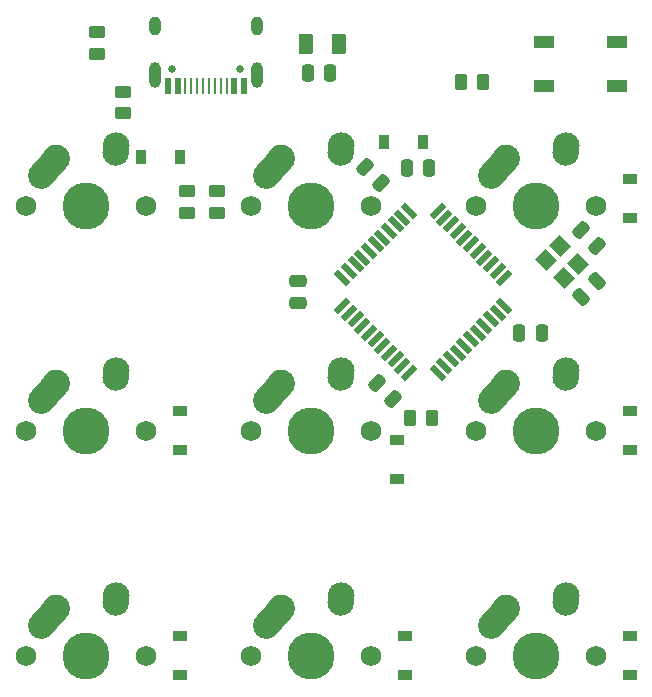
<source format=gbs>
%TF.GenerationSoftware,KiCad,Pcbnew,(6.0.10)*%
%TF.CreationDate,2023-01-31T01:35:29-07:00*%
%TF.ProjectId,nepcropad,6e657063-726f-4706-9164-2e6b69636164,rev?*%
%TF.SameCoordinates,Original*%
%TF.FileFunction,Soldermask,Bot*%
%TF.FilePolarity,Negative*%
%FSLAX46Y46*%
G04 Gerber Fmt 4.6, Leading zero omitted, Abs format (unit mm)*
G04 Created by KiCad (PCBNEW (6.0.10)) date 2023-01-31 01:35:29*
%MOMM*%
%LPD*%
G01*
G04 APERTURE LIST*
G04 Aperture macros list*
%AMRoundRect*
0 Rectangle with rounded corners*
0 $1 Rounding radius*
0 $2 $3 $4 $5 $6 $7 $8 $9 X,Y pos of 4 corners*
0 Add a 4 corners polygon primitive as box body*
4,1,4,$2,$3,$4,$5,$6,$7,$8,$9,$2,$3,0*
0 Add four circle primitives for the rounded corners*
1,1,$1+$1,$2,$3*
1,1,$1+$1,$4,$5*
1,1,$1+$1,$6,$7*
1,1,$1+$1,$8,$9*
0 Add four rect primitives between the rounded corners*
20,1,$1+$1,$2,$3,$4,$5,0*
20,1,$1+$1,$4,$5,$6,$7,0*
20,1,$1+$1,$6,$7,$8,$9,0*
20,1,$1+$1,$8,$9,$2,$3,0*%
%AMHorizOval*
0 Thick line with rounded ends*
0 $1 width*
0 $2 $3 position (X,Y) of the first rounded end (center of the circle)*
0 $4 $5 position (X,Y) of the second rounded end (center of the circle)*
0 Add line between two ends*
20,1,$1,$2,$3,$4,$5,0*
0 Add two circle primitives to create the rounded ends*
1,1,$1,$2,$3*
1,1,$1,$4,$5*%
%AMRotRect*
0 Rectangle, with rotation*
0 The origin of the aperture is its center*
0 $1 length*
0 $2 width*
0 $3 Rotation angle, in degrees counterclockwise*
0 Add horizontal line*
21,1,$1,$2,0,0,$3*%
G04 Aperture macros list end*
%ADD10RoundRect,0.250000X0.450000X-0.262500X0.450000X0.262500X-0.450000X0.262500X-0.450000X-0.262500X0*%
%ADD11C,0.670000*%
%ADD12R,0.250000X1.450000*%
%ADD13R,0.300000X1.450000*%
%ADD14RoundRect,0.500000X0.000000X-0.600000X0.000000X-0.600000X0.000000X0.600000X0.000000X0.600000X0*%
%ADD15RoundRect,0.500000X0.000000X-0.300000X0.000000X-0.300000X0.000000X0.300000X0.000000X0.300000X0*%
%ADD16C,1.750000*%
%ADD17C,3.987800*%
%ADD18HorizOval,2.250000X0.655001X0.730000X-0.655001X-0.730000X0*%
%ADD19C,2.250000*%
%ADD20HorizOval,2.250000X0.020000X0.290000X-0.020000X-0.290000X0*%
%ADD21RoundRect,0.250000X0.250000X0.475000X-0.250000X0.475000X-0.250000X-0.475000X0.250000X-0.475000X0*%
%ADD22R,0.900000X1.200000*%
%ADD23R,1.200000X0.900000*%
%ADD24RoundRect,0.250000X0.512652X0.159099X0.159099X0.512652X-0.512652X-0.159099X-0.159099X-0.512652X0*%
%ADD25RoundRect,0.250000X-0.450000X0.262500X-0.450000X-0.262500X0.450000X-0.262500X0.450000X0.262500X0*%
%ADD26RoundRect,0.250000X-0.375000X-0.625000X0.375000X-0.625000X0.375000X0.625000X-0.375000X0.625000X0*%
%ADD27R,1.800000X1.100000*%
%ADD28RoundRect,0.250000X-0.262500X-0.450000X0.262500X-0.450000X0.262500X0.450000X-0.262500X0.450000X0*%
%ADD29RoundRect,0.250000X-0.512652X-0.159099X-0.159099X-0.512652X0.512652X0.159099X0.159099X0.512652X0*%
%ADD30RotRect,1.500000X0.550000X315.000000*%
%ADD31RotRect,1.500000X0.550000X225.000000*%
%ADD32RoundRect,0.250000X-0.250000X-0.475000X0.250000X-0.475000X0.250000X0.475000X-0.250000X0.475000X0*%
%ADD33RotRect,1.400000X1.200000X135.000000*%
%ADD34RoundRect,0.250000X-0.159099X0.512652X-0.512652X0.159099X0.159099X-0.512652X0.512652X-0.159099X0*%
%ADD35RoundRect,0.250000X-0.475000X0.250000X-0.475000X-0.250000X0.475000X-0.250000X0.475000X0.250000X0*%
G04 APERTURE END LIST*
D10*
%TO.C,R5*%
X138112500Y-63618750D03*
X138112500Y-61793750D03*
%TD*%
D11*
%TO.C,J1*%
X148007524Y-59847500D03*
X142207524Y-59847500D03*
D12*
X141732524Y-61297500D03*
X142532524Y-61297500D03*
X143857524Y-61297500D03*
X144857524Y-61297500D03*
X145357524Y-61297500D03*
X146357524Y-61297500D03*
X147682524Y-61297500D03*
X148482524Y-61297500D03*
D13*
X148207524Y-61297500D03*
X147407524Y-61297500D03*
D12*
X146857524Y-61297500D03*
X145857524Y-61297500D03*
X144357524Y-61297500D03*
X143357524Y-61297500D03*
D13*
X142807524Y-61297500D03*
X142007524Y-61297500D03*
D14*
X149427524Y-60377500D03*
D15*
X140787524Y-56197500D03*
D14*
X140787524Y-60377500D03*
D15*
X149427524Y-56197500D03*
%TD*%
D16*
%TO.C,MX7*%
X129857500Y-109537500D03*
X140017500Y-109537500D03*
D17*
X134937500Y-109537500D03*
D18*
X131782501Y-106267500D03*
D19*
X132437500Y-105537500D03*
X137477500Y-104457500D03*
D20*
X137457500Y-104747500D03*
%TD*%
D16*
%TO.C,MX4*%
X140017500Y-90487500D03*
D17*
X134937500Y-90487500D03*
D16*
X129857500Y-90487500D03*
D19*
X132437500Y-86487500D03*
D18*
X131782501Y-87217500D03*
D20*
X137457500Y-85697500D03*
D19*
X137477500Y-85407500D03*
%TD*%
D17*
%TO.C,MX6*%
X173037500Y-90487500D03*
D16*
X167957500Y-90487500D03*
X178117500Y-90487500D03*
D19*
X170537500Y-86487500D03*
D18*
X169882501Y-87217500D03*
D20*
X175557500Y-85697500D03*
D19*
X175577500Y-85407500D03*
%TD*%
D17*
%TO.C,MX8*%
X153987500Y-109537500D03*
D16*
X159067500Y-109537500D03*
X148907500Y-109537500D03*
D18*
X150832501Y-106267500D03*
D19*
X151487500Y-105537500D03*
X156527500Y-104457500D03*
D20*
X156507500Y-104747500D03*
%TD*%
D16*
%TO.C,MX2*%
X148907500Y-71437500D03*
D17*
X153987500Y-71437500D03*
D16*
X159067500Y-71437500D03*
D18*
X150832501Y-68167500D03*
D19*
X151487500Y-67437500D03*
X156527500Y-66357500D03*
D20*
X156507500Y-66647500D03*
%TD*%
D16*
%TO.C,MX3*%
X178117500Y-71437500D03*
D17*
X173037500Y-71437500D03*
D16*
X167957500Y-71437500D03*
D19*
X170537500Y-67437500D03*
D18*
X169882501Y-68167500D03*
D20*
X175557500Y-66647500D03*
D19*
X175577500Y-66357500D03*
%TD*%
D16*
%TO.C,MX1*%
X140017500Y-71437500D03*
X129857500Y-71437500D03*
D17*
X134937500Y-71437500D03*
D18*
X131782501Y-68167500D03*
D19*
X132437500Y-67437500D03*
X137477500Y-66357500D03*
D20*
X137457500Y-66647500D03*
%TD*%
D17*
%TO.C,MX9*%
X173037500Y-109537500D03*
D16*
X167957500Y-109537500D03*
X178117500Y-109537500D03*
D18*
X169882501Y-106267500D03*
D19*
X170537500Y-105537500D03*
D20*
X175557500Y-104747500D03*
D19*
X175577500Y-104457500D03*
%TD*%
D16*
%TO.C,MX5*%
X148907500Y-90487500D03*
X159067500Y-90487500D03*
D17*
X153987500Y-90487500D03*
D18*
X150832501Y-87217500D03*
D19*
X151487500Y-86487500D03*
X156527500Y-85407500D03*
D20*
X156507500Y-85697500D03*
%TD*%
D21*
%TO.C,C8*%
X164018000Y-68224400D03*
X162118000Y-68224400D03*
%TD*%
D22*
%TO.C,D2*%
X163448000Y-66040000D03*
X160148000Y-66040000D03*
%TD*%
D10*
%TO.C,R6*%
X135890000Y-58570500D03*
X135890000Y-56745500D03*
%TD*%
D23*
%TO.C,D5*%
X161290000Y-94614000D03*
X161290000Y-91314000D03*
%TD*%
%TO.C,D4*%
X142875000Y-92137500D03*
X142875000Y-88837500D03*
%TD*%
D24*
%TO.C,C3*%
X159929751Y-69505751D03*
X158586249Y-68162249D03*
%TD*%
D23*
%TO.C,D6*%
X180975000Y-92137500D03*
X180975000Y-88837500D03*
%TD*%
D25*
%TO.C,R2*%
X146050000Y-70207500D03*
X146050000Y-72032500D03*
%TD*%
D23*
%TO.C,D7*%
X142875000Y-111187500D03*
X142875000Y-107887500D03*
%TD*%
D25*
%TO.C,R3*%
X143510000Y-70207500D03*
X143510000Y-72032500D03*
%TD*%
D26*
%TO.C,F1*%
X153540000Y-57785000D03*
X156340000Y-57785000D03*
%TD*%
D27*
%TO.C,SW1*%
X173684000Y-61286000D03*
X179884000Y-57586000D03*
X173684000Y-57586000D03*
X179884000Y-61286000D03*
%TD*%
D21*
%TO.C,C7*%
X155636000Y-60198000D03*
X153736000Y-60198000D03*
%TD*%
D28*
%TO.C,R1*%
X166727500Y-60960000D03*
X168552500Y-60960000D03*
%TD*%
D22*
%TO.C,D1*%
X142874000Y-67310000D03*
X139574000Y-67310000D03*
%TD*%
D23*
%TO.C,D3*%
X180975000Y-72516000D03*
X180975000Y-69216000D03*
%TD*%
D29*
%TO.C,C5*%
X159602249Y-86450249D03*
X160945751Y-87793751D03*
%TD*%
D30*
%TO.C,U1*%
X156653564Y-77537918D03*
X157219250Y-76972233D03*
X157784935Y-76406548D03*
X158350620Y-75840862D03*
X158916306Y-75275177D03*
X159481991Y-74709491D03*
X160047677Y-74143806D03*
X160613362Y-73578120D03*
X161179048Y-73012435D03*
X161744733Y-72446750D03*
X162310418Y-71881064D03*
D31*
X164714582Y-71881064D03*
X165280267Y-72446750D03*
X165845952Y-73012435D03*
X166411638Y-73578120D03*
X166977323Y-74143806D03*
X167543009Y-74709491D03*
X168108694Y-75275177D03*
X168674380Y-75840862D03*
X169240065Y-76406548D03*
X169805750Y-76972233D03*
X170371436Y-77537918D03*
D30*
X170371436Y-79942082D03*
X169805750Y-80507767D03*
X169240065Y-81073452D03*
X168674380Y-81639138D03*
X168108694Y-82204823D03*
X167543009Y-82770509D03*
X166977323Y-83336194D03*
X166411638Y-83901880D03*
X165845952Y-84467565D03*
X165280267Y-85033250D03*
X164714582Y-85598936D03*
D31*
X162310418Y-85598936D03*
X161744733Y-85033250D03*
X161179048Y-84467565D03*
X160613362Y-83901880D03*
X160047677Y-83336194D03*
X159481991Y-82770509D03*
X158916306Y-82204823D03*
X158350620Y-81639138D03*
X157784935Y-81073452D03*
X157219250Y-80507767D03*
X156653564Y-79942082D03*
%TD*%
D32*
%TO.C,C4*%
X171617600Y-82194400D03*
X173517600Y-82194400D03*
%TD*%
D23*
%TO.C,D8*%
X161925000Y-111187500D03*
X161925000Y-107887500D03*
%TD*%
D24*
%TO.C,C2*%
X178217751Y-74839751D03*
X176874249Y-73496249D03*
%TD*%
D33*
%TO.C,Y1*%
X175436777Y-77578858D03*
X173881142Y-76023223D03*
X175083223Y-74821142D03*
X176638858Y-76376777D03*
%TD*%
D28*
%TO.C,R4*%
X162409500Y-89408000D03*
X164234500Y-89408000D03*
%TD*%
D34*
%TO.C,C1*%
X178217751Y-77814249D03*
X176874249Y-79157751D03*
%TD*%
D35*
%TO.C,C6*%
X152908000Y-77790000D03*
X152908000Y-79690000D03*
%TD*%
D23*
%TO.C,D9*%
X180975000Y-111187500D03*
X180975000Y-107887500D03*
%TD*%
M02*

</source>
